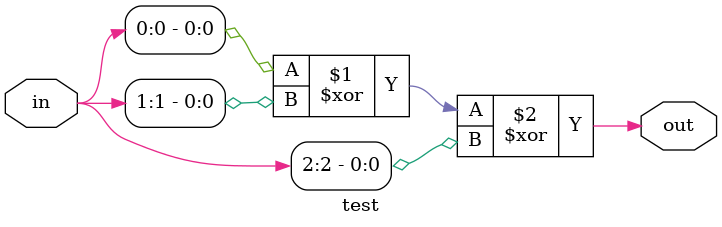
<source format=v>
module test(input [2:0] in, output out);
assign out = (in[0] ^ in[1] ^ in[2]);
endmodule

</source>
